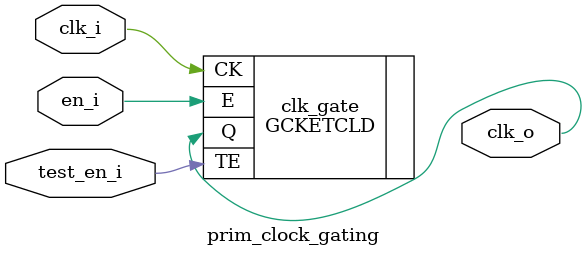
<source format=sv>
module prim_clock_gating #(
    parameter Impl = "default"
) (
    input        clk_i,
    input        en_i,
    input        test_en_i,
    output logic clk_o
);

`ifdef FUNC_SIM
  logic clk_en;

  always_latch begin
    if (clk_i == 1'b0) begin
      clk_en <= en_i | test_en_i;
    end
  end

  assign clk_o = clk_i & clk_en;

`else
  GCKETCLD clk_gate (
    .E(en_i),
    .TE(test_en_i),
    .CK(clk_i),
    .Q(clk_o)
  );

`endif

endmodule

</source>
